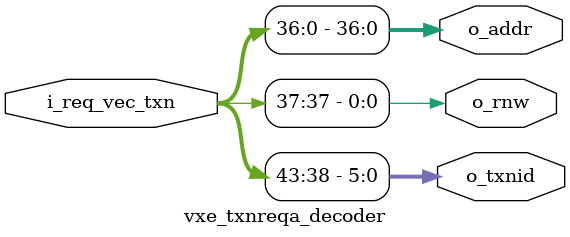
<source format=v>
/*
 * Copyright (c) 2020-2021 The VxEngine Project. All rights reserved.
 *
 * Redistribution and use in source and binary forms, with or without
 * modification, are permitted provided that the following conditions
 * are met:
 * 1. Redistributions of source code must retain the above copyright
 *    notice, this list of conditions and the following disclaimer.
 * 2. Redistributions in binary form must reproduce the above copyright
 *    notice, this list of conditions and the following disclaimer in the
 *    documentation and/or other materials provided with the distribution.
 *
 * THIS SOFTWARE IS PROVIDED BY THE AUTHOR AND CONTRIBUTORS ``AS IS'' AND
 * ANY EXPRESS OR IMPLIED WARRANTIES, INCLUDING, BUT NOT LIMITED TO, THE
 * IMPLIED WARRANTIES OF MERCHANTABILITY AND FITNESS FOR A PARTICULAR PURPOSE
 * ARE DISCLAIMED.  IN NO EVENT SHALL THE AUTHOR OR CONTRIBUTORS BE LIABLE
 * FOR ANY DIRECT, INDIRECT, INCIDENTAL, SPECIAL, EXEMPLARY, OR CONSEQUENTIAL
 * DAMAGES (INCLUDING, BUT NOT LIMITED TO, PROCUREMENT OF SUBSTITUTE GOODS
 * OR SERVICES; LOSS OF USE, DATA, OR PROFITS; OR BUSINESS INTERRUPTION)
 * HOWEVER CAUSED AND ON ANY THEORY OF LIABILITY, WHETHER IN CONTRACT, STRICT
 * LIABILITY, OR TORT (INCLUDING NEGLIGENCE OR OTHERWISE) ARISING IN ANY WAY
 * OUT OF THE USE OF THIS SOFTWARE, EVEN IF ADVISED OF THE POSSIBILITY OF
 * SUCH DAMAGE.
 */

/*
 * Request transaction decoder (address only)
 */


/* Req decoder */
module vxe_txnreqa_decoder(
	i_req_vec_txn,
	o_txnid,
	o_rnw,
	o_addr
);
input wire [43:0]	i_req_vec_txn;	/* Transaction info */
output wire [5:0]	o_txnid;	/* Transaction Id */
output wire		o_rnw;		/* Read or Write transaction */
output wire [36:0]	o_addr;		/* Upper 37-bits of 40-bit address */


assign o_txnid = i_req_vec_txn[43:38];
assign o_rnw = i_req_vec_txn[37];
assign o_addr = i_req_vec_txn[36:0];


endmodule /* vxe_txnreqa_decoder */

</source>
